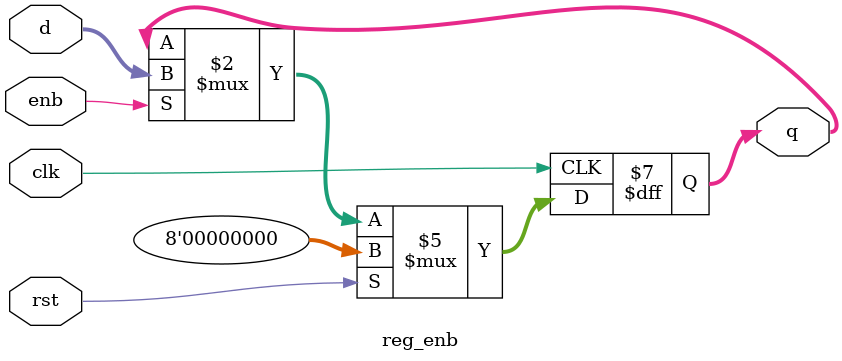
<source format=sv>
module reg_enb #(parameter W=8) (input logic clk, rst, enb,
		 input logic [W-1:0] d,
		 output logic [W-1:0] q);

   always_ff @(posedge clk)
     if (rst) q <= 0;
     else if (enb) q <= d;

endmodule // reg7_enb

</source>
